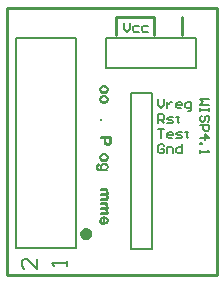
<source format=gto>
%FSDAX24Y24*%
%MOIN*%
%SFA1B1*%

%IPPOS*%
%ADD10C,0.020000*%
%ADD16C,0.007900*%
%ADD17C,0.010000*%
%ADD18C,0.008000*%
%ADD25C,0.005000*%
%LNprogrammer-1*%
%LPD*%
G54D25*
X003353Y002360D02*
X003279D01*
X003323Y002316*
X003326Y002313*
X003329Y002311*
X003329Y002310*
X003330Y002309*
X003336Y002303*
X003339Y002300*
X003342Y002295*
X003345Y002292*
X003347Y002288*
X003353Y002273*
X003356Y002266*
X003358Y002261*
X003359Y002256*
Y002248*
Y002247*
Y002244*
X003358Y002237*
X003356Y002229*
X003355Y002223*
X003354Y002220*
X003349Y002207*
X003350Y002213*
X003350Y002213*
X003348Y002209*
X003346Y002207*
X003342Y002202*
X003338Y002199*
X003331Y002194*
X003331Y002165*
X003348Y002126*
X003324Y002150*
X003329Y002144*
X003335Y002139*
X003338Y002135*
X003343Y002129*
X003348Y002124*
X003352Y002115*
X003352Y002116*
X003353Y002113*
X003355Y002108*
X003356Y002103*
X003358Y002097*
X003359Y002091*
Y002085*
Y002084*
Y002083*
Y002082*
Y002079*
Y002075*
X003358Y002071*
X003356Y002065*
X003354Y002056*
X003353Y002051*
X003347Y002039*
X003349Y002045*
X003346Y002041*
X003343Y002037*
X003339Y002033*
X003335Y002029*
X003330Y002026*
X003316Y002012*
X003324Y002025*
X003328*
X003321Y002023*
X003315Y002021*
X003309Y002020*
X003300Y002019*
X003288Y002018*
X003276Y002018*
X003125*
Y002042*
X003266*
X003274Y002043*
X003282*
X003292Y002044*
X003303Y002045*
X003317Y002048*
X003323Y002053*
X003318Y002051*
X003327Y002054*
X003329Y002055*
X003335Y002061*
X003342Y002067*
X003345Y002075*
X003349Y002081*
X003353Y002095*
Y002106*
Y002107*
Y002109*
Y002115*
X003351Y002122*
X003349Y002127*
X003347Y002134*
X003344Y002141*
X003337Y002151*
X003333Y002155*
X003331Y002157*
X003328Y002160*
X003323Y002165*
X003313Y002172*
X003307Y002174*
X003296Y002178*
X003300Y002177*
X003293Y002180*
X003288Y002181*
X003280Y002182*
X003270Y002183*
X003261Y002184*
X003248Y002186*
X003125*
Y002209*
X003267*
X003277Y002210*
X003284Y002211*
X003293*
X003304Y002212*
X003310Y002214*
X003318Y002216*
X003320Y002217*
X003323Y002219*
X003333Y002226*
X003343Y002237*
X003343Y002238*
X003345Y002240*
X003348Y002249*
X003350Y002253*
X003351Y002257*
X003353Y002264*
Y002273*
Y002274*
Y002276*
Y002281*
X003351Y002289*
X003349Y002295*
X003347Y002301*
X003344Y002309*
X003338Y002319*
X003335Y002322*
X003334Y002324*
X003328Y002330*
X003323Y002335*
X003317Y002339*
X003307Y002344*
X003295Y002347*
X003295Y002347*
X003289Y002349*
X003282Y002350*
X003274Y002351*
X003263Y002352*
X003250Y002354*
X003125*
Y002378*
X003353*
Y002360*
X003140Y002030D02*
D01*
Y002200D02*
D01*
Y002360D02*
Y002380D01*
X003190Y002030D02*
D01*
Y002200D02*
D01*
Y002360D02*
Y002380D01*
X003240Y002030D02*
D01*
Y002200D02*
D01*
Y002360D02*
Y002380D01*
X003290Y002030D02*
Y002040D01*
Y002190D02*
Y002200D01*
Y002370D02*
Y002380D01*
X003340Y002050D02*
Y002070D01*
Y002140D02*
D01*
Y002220D02*
Y002230D01*
Y002310D02*
Y002300D01*
Y002370D02*
Y002380D01*
X003459Y004478D02*
Y004476D01*
Y004472*
Y004467*
Y004461*
Y004455*
Y004448*
Y004440*
X003458Y004426*
X003457Y004411*
X003456Y004405*
X003455Y004398*
Y004395*
X003454Y004390*
X003453Y004385*
X003456Y004392*
X003452Y004382*
Y004386*
X003447Y004378*
X003444Y004370*
X003440Y004365*
X003432Y004358*
X003422Y004349*
X003421Y004347*
X003424Y004350*
X003423Y004350*
X003418Y004346*
X003415Y004344*
X003410Y004341*
X003402Y004339*
X003391Y004336*
X003378Y004333*
X003365Y004333*
X003361*
X003356Y004333*
X003348Y004334*
X003339Y004335*
X003333Y004337*
X003325Y004340*
X003317Y004343*
X003314Y004345*
X003313Y004345*
X003313Y004346*
X003308Y004349*
X003302Y004354*
X003297Y004358*
X003292Y004363*
X003286Y004370*
X003286Y004371*
X003286Y004372*
X003283Y004377*
X003280Y004383*
X003278Y004387*
X003276Y004395*
X003275Y004394*
X003275Y004395*
Y004397*
Y004403*
X003274Y004406*
X003273Y004409*
X003273Y004412*
Y004417*
X003272Y004422*
Y004428*
X003271Y004434*
Y004440*
Y004448*
X003270Y004457*
Y004465*
Y004474*
Y004550*
X003125*
Y004577*
X003459*
Y004478*
X003310Y004350D02*
X003410D01*
X003280Y004400D02*
X003440D01*
X003280Y004450D02*
X003460D01*
X003280Y004500D02*
X003460D01*
X003130Y004550D02*
X003460D01*
X003353Y002837D02*
X003279D01*
X003323Y002793*
X003326Y002790*
X003327Y002788*
X003332Y002784*
X003336Y002780*
X003339Y002777*
X003342Y002773*
X003345Y002768*
X003347Y002763*
X003353Y002750*
X003356Y002743*
X003358Y002737*
X003359Y002733*
Y002725*
Y002724*
Y002721*
Y002717*
X003358Y002714*
X003356Y002707*
X003355Y002700*
X003354Y002697*
X003349Y002684*
X003350Y002688*
X003350Y002688*
X003348Y002686*
X003346Y002683*
X003343Y002680*
X003337Y002676*
X003331Y002670*
X003332Y002643*
X003357Y002576*
X003323Y002627*
X003330Y002620*
X003335Y002616*
X003338Y002612*
X003343Y002606*
X003348Y002601*
X003352Y002592*
X003352Y002593*
X003353Y002590*
X003355Y002585*
X003356Y002580*
X003358Y002573*
X003359Y002568*
Y002561*
Y002560*
Y002558*
Y002556*
Y002552*
X003358Y002548*
X003356Y002542*
X003354Y002533*
X003353Y002528*
X003347Y002516*
X003349Y002521*
X003346Y002518*
X003343Y002514*
X003339Y002509*
X003336Y002507*
X003330Y002503*
X003316Y002489*
X003324Y002502*
X003326*
X003320Y002499*
X003316Y002498*
X003308Y002496*
X003301Y002496*
X003290*
X003276Y002495*
X003125*
Y002519*
X003265*
X003274*
X003284Y002520*
X003292Y002521*
X003303Y002522*
X003313Y002524*
X003319Y002526*
X003326Y002530*
X003329Y002532*
X003335Y002538*
X003342Y002544*
X003345Y002552*
X003348Y002558*
X003353Y002570*
Y002583*
Y002584*
Y002585*
Y002591*
X003351Y002597*
X003350Y002604*
X003347Y002611*
X003343Y002619*
X003343Y002615*
X003344Y002622*
X003333Y002632*
X003331Y002634*
X003328Y002637*
X003322Y002643*
X003314Y002647*
X003309Y002650*
X003296Y002655*
X003300Y002654*
X003291Y002658*
X003287*
X003282Y002659*
X003269Y002661*
X003260*
X003248Y002662*
X003125*
Y002686*
X003267*
X003275Y002687*
X003284*
X003294Y002688*
X003304Y002689*
X003310Y002691*
X003318Y002693*
X003320Y002694*
X003323Y002696*
X003333Y002703*
X003341Y002711*
X003343Y002714*
X003346Y002719*
X003348Y002723*
X003350Y002729*
X003351Y002734*
X003353Y002742*
Y002750*
Y002753*
Y002759*
X003351Y002765*
X003350Y002772*
X003347Y002778*
X003344Y002786*
X003329Y002799*
X003338Y002795*
X003337Y002797*
X003332Y002802*
X003328Y002806*
X003324Y002809*
X003318Y002815*
X003307Y002821*
X003295Y002824*
X003295Y002824*
X003289Y002826*
X003282Y002827*
X003274Y002828*
X003263Y002829*
X003250Y002831*
X003125*
Y002855*
X003353*
Y002837*
X003140Y002500D02*
Y002510D01*
Y002670D02*
Y002680D01*
Y002840D02*
Y002850D01*
X003190Y002500D02*
Y002510D01*
Y002670D02*
Y002680D01*
Y002840D02*
Y002850D01*
X003240Y002500D02*
Y002510D01*
Y002670D02*
Y002680D01*
Y002840D02*
Y002850D01*
X003290Y002510D02*
D01*
Y002670D02*
Y002680D01*
Y002830D02*
Y002820D01*
Y002850D02*
D01*
X003340Y002530D02*
Y002540D01*
Y002690D02*
Y002710D01*
Y002780D02*
D01*
Y002850D02*
D01*
X003249Y004028D02*
D01*
X003251Y004027*
X003261Y004026*
X003270Y004024*
X003280Y004022*
X003292Y004017*
X003300Y004014*
X003300Y004014*
X003302Y004013*
X003303Y004012*
X003310Y004007*
X003318Y004002*
X003324Y003996*
X003331Y003989*
X003339Y003980*
X003340Y003982*
X003336Y003978*
X003346Y003968*
X003345Y003969*
X003346Y003967*
X003347Y003966*
X003348Y003963*
X003351Y003955*
X003353Y003946*
X003356Y003933*
X003359Y003923*
Y003910*
Y003907*
Y003905*
X003358Y003900*
X003357Y003891*
X003356Y003887*
X003354Y003880*
X003353Y003873*
X003350Y003866*
X003347Y003858*
X003344Y003852*
X003340Y003845*
X003335Y003837*
X003330Y003830*
X003336Y003831*
X003330Y003830*
X003323Y003823*
X003318Y003819*
X003317Y003818*
X003312Y003816*
X003306Y003811*
X003302Y003808*
X003296Y003805*
X003288Y003802*
X003282Y003799*
X003275Y003798*
X003266Y003795*
X003257Y003793*
X003248Y003792*
X003237Y003792*
X003236*
X003232Y003793*
X003225*
X003222Y003793*
X003215Y003795*
X003206Y003796*
X003201Y003797*
X003195Y003800*
X003186Y003804*
X003178Y003806*
X003173Y003810*
X003165Y003815*
X003158Y003820*
X003151Y003826*
X003151Y003826*
X003148Y003829*
X003148Y003829*
X003145Y003833*
X003143Y003837*
X003138Y003843*
X003135Y003849*
X003132Y003854*
X003128Y003862*
X003125Y003868*
X003123Y003874*
X003121Y003882*
X003119Y003891*
X003118Y003901*
X003117Y003911*
X003118Y003911*
Y003912*
Y003914*
Y003912*
X003118Y003916*
X003118Y003920*
X003119Y003930*
X003121Y003939*
X003124Y003950*
X003127Y003961*
X003133Y003977*
X003132Y003971*
X003128Y003967*
X003133Y003972*
X003135Y003976*
X003137Y003979*
X003143Y003987*
X003148Y003994*
X003155Y004001*
X003163Y004007*
X003168Y004011*
X003173*
X003179Y004017*
X003178Y004016*
X003179Y004016*
X003182Y004017*
X003185Y004018*
X003189Y004019*
X003200Y004022*
X003214Y004025*
X003227Y004028*
X003242*
X003246*
X003249*
X003140Y003850D02*
Y003980D01*
X003190Y003810D02*
Y004010D01*
X003240Y003800D02*
Y004030D01*
X003290Y003820D02*
Y004010D01*
X003340Y003870D02*
Y003970D01*
X003252Y003699D02*
X003255D01*
X003260Y003698*
X003268Y003697*
X003275Y003696*
X003290Y003692*
X003298Y003690*
X003305Y003687*
X003312Y003684*
X003319Y003681*
X003325Y003677*
X003323Y003684*
X003326Y003673*
X003330Y003671*
X003330Y003670*
X003335Y003667*
X003336Y003667*
X003339Y003663*
X003342Y003659*
X003344Y003655*
X003347Y003650*
X003350Y003645*
X003354Y003634*
X003357Y003626*
X003358Y003621*
X003359Y003615*
Y003608*
Y003607*
Y003606*
Y003603*
Y003602*
X003358Y003600*
X003357Y003596*
X003356Y003591*
X003354Y003585*
X003352Y003580*
X003350Y003574*
X003348Y003570*
X003344Y003565*
X003340Y003559*
X003335Y003553*
X003329Y003548*
X003272Y003498*
X003353*
Y003479*
X003116*
X003113Y003479*
X003102Y003479*
X003092Y003480*
X003080Y003482*
X003070Y003483*
X003067Y003485*
X003067Y003485*
X003067Y003484*
X003059Y003487*
X003055Y003489*
X003051Y003490*
X003045Y003494*
X003041Y003496*
X003038Y003499*
X003039Y003492*
X003037Y003499*
X003033Y003503*
X003032Y003505*
X003028Y003510*
X003026Y003513*
X003023Y003518*
X003021Y003524*
X003016Y003537*
X003019Y003535*
Y003533*
X003016Y003540*
X003015Y003545*
X003013Y003553*
X003012Y003563*
X003012Y003574*
Y003586*
Y003587*
Y003589*
Y003593*
Y003598*
Y003601*
X003012Y003605*
X003014Y003615*
Y003623*
X003016Y003636*
X003020Y003650*
X003023Y003656*
X003025Y003663*
X003028Y003667*
X003030Y003671*
X003029Y003670*
X003032Y003673*
X003036Y003676*
X003042Y003681*
X003048Y003684*
X003055Y003688*
X003064Y003690*
X003067Y003691*
X003072*
X003078*
X003052*
X003048Y003656*
X003063*
X003061Y003655*
X003057*
X003043Y003648*
X003036Y003642*
X003033Y003639*
X003028Y003629*
X003012Y003585*
X003026Y003628*
X003025Y003625*
X003021Y003616*
X003019Y003608*
X003018Y003598*
Y003589*
Y003588*
Y003585*
Y003576*
X003019Y003568*
X003020Y003562*
X003021Y003552*
X003025Y003543*
X003029Y003532*
X003034Y003527*
X003032Y003529*
X003035Y003523*
X003038Y003521*
X003040Y003518*
X003050Y003513*
X003053Y003512*
X003064Y003507*
X003069Y003505*
X003078*
X003078Y003504*
X003086Y003503*
X003096*
X003146Y003528*
X003143Y003586*
X003162Y003548*
X003156Y003551*
X003155Y003552*
X003151Y003555*
X003148Y003558*
X003143Y003564*
X003136Y003576*
X003129Y003587*
X003127Y003592*
X003126Y003597*
X003125Y003604*
X003124Y003613*
X003124Y003610*
X003126Y003664*
Y003620*
X003126Y003622*
X003128Y003629*
X003129Y003635*
X003131Y003640*
X003134Y003646*
X003137Y003653*
X003140Y003657*
X003144Y003662*
X003149Y003668*
X003156Y003674*
X003151Y003674*
X003157Y003674*
X003163Y003680*
X003163Y003680*
X003166Y003682*
X003169Y003683*
X003172Y003685*
X003175Y003686*
X003180Y003688*
X003188Y003690*
X003195Y003693*
X003200Y003694*
X003206Y003696*
X003222Y003699*
X003231*
X003241Y003700*
X003252Y003699*
X003040Y003500D02*
X003060D01*
X003110D02*
X003260D01*
X003020Y003550D02*
X003010D01*
X003160D02*
X003330D01*
X003020Y003600D02*
X003010D01*
X003140D02*
X003360D01*
X003030Y003650D02*
X003050D01*
X003150D02*
X003340D01*
X003249Y006294D02*
D01*
X003251Y006293*
X003261Y006292*
X003270Y006290*
X003281Y006287*
X003292Y006284*
X003299Y006281*
X003300Y006280*
X003302Y006279*
X003303Y006278*
X003310Y006273*
X003318Y006268*
X003325Y006262*
X003331Y006255*
X003338Y006248*
X003339Y006249*
X003333Y006247*
X003346Y006234*
X003345Y006235*
X003346Y006233*
X003347Y006232*
X003348Y006229*
X003351Y006221*
X003353Y006212*
X003356Y006199*
X003359Y006189*
Y006177*
Y006176*
Y006174*
Y006171*
X003358Y006166*
X003357Y006157*
X003356Y006153*
X003354Y006146*
X003353Y006139*
X003350Y006132*
X003347Y006124*
X003344Y006118*
X003340Y006111*
X003335Y006104*
X003330Y006096*
X003325Y006091*
X003324Y006090*
X003323Y006089*
X003318Y006085*
X003317Y006084*
X003312Y006082*
X003306Y006077*
X003292Y006070*
X003288Y006068*
X003282Y006066*
X003274Y006063*
X003266Y006061*
X003257Y006059*
X003248Y006058*
X003237Y006058*
X003236*
X003234Y006058*
X003227Y006059*
X003221Y006060*
X003214Y006061*
X003206Y006063*
X003200Y006064*
X003195Y006066*
X003186Y006070*
X003179Y006072*
X003173Y006077*
X003164Y006082*
X003158Y006086*
X003151Y006092*
X003151Y006092*
X003148Y006095*
X003148Y006095*
X003145Y006099*
X003143Y006103*
X003138Y006109*
X003135Y006115*
X003132Y006120*
X003128Y006128*
X003125Y006134*
X003123Y006141*
X003121Y006149*
X003119Y006157*
X003118Y006168*
X003117Y006178*
X003118Y006178*
Y006180*
X003118Y006183*
X003118Y006187*
X003119Y006196*
X003121Y006205*
X003124Y006216*
X003127Y006227*
X003133Y006243*
X003132Y006237*
X003131Y006236*
X003134Y006241*
X003134Y006241*
X003138Y006246*
X003143Y006254*
X003148Y006259*
X003155Y006267*
X003163Y006273*
X003168Y006277*
X003178*
X003181Y006283*
X003174Y006281*
X003176Y006281*
X003182Y006283*
X003187Y006285*
X003191Y006287*
X003200Y006289*
X003213Y006292*
X003226Y006294*
X003242*
X003246*
X003249*
X003170Y006080D02*
X003310D01*
X003140Y006130D02*
X003340D01*
X003130Y006180D02*
X003360D01*
X003140Y006230D02*
X003340D01*
X003190Y006280D02*
X003280D01*
X003248Y001916D02*
X003251D01*
X003256Y001915*
X003262Y001914*
X003268Y001912*
X003286Y001908*
X003294Y001906*
X003301Y001903*
X003308Y001900*
X003316Y001896*
X003322Y001892*
X003324Y001890*
X003327Y001885*
X003333Y001882*
X003333Y001881*
X003334Y001881*
X003337Y001877*
X003339Y001873*
X003342Y001868*
X003346Y001861*
X003349Y001856*
X003351Y001852*
X003354Y001844*
X003356Y001836*
X003358Y001831*
X003359Y001823*
Y001815*
Y001814*
Y001812*
Y001809*
X003358Y001803*
X003357Y001797*
X003356Y001791*
X003354Y001785*
X003353Y001779*
X003350Y001770*
X003348Y001765*
X003345Y001759*
X003341Y001753*
X003336Y001746*
X003331Y001740*
X003325Y001734*
X003324Y001733*
X003323Y001732*
X003322Y001732*
X003319Y001730*
X003313Y001728*
X003307Y001724*
X003302Y001722*
X003296Y001719*
X003286Y001716*
X003276Y001713*
X003267Y001711*
X003256Y001709*
X003244Y001707*
X003232Y001707*
X003243*
Y001891*
X003215*
X003209*
X003201Y001889*
X003194Y001888*
X003182Y001886*
X003171Y001881*
X003160Y001876*
X003146Y001859*
X003149Y001867*
X003146Y001864*
X003139Y001856*
X003135Y001849*
X003131Y001841*
X003127Y001832*
X003124Y001820*
X003123Y001808*
X003123Y001806*
Y001800*
X003124Y001796*
X003124Y001793*
X003125Y001784*
X003128Y001777*
X003132Y001769*
X003138Y001761*
X003140Y001759*
X003145Y001754*
X003153Y001748*
X003154Y001747*
X003161Y001743*
X003169Y001739*
X003159Y001742*
X003158Y001737*
X003187Y001708*
X003180Y001711*
X003178Y001711*
X003166Y001717*
X003157Y001724*
X003149Y001730*
X003141Y001738*
X003140Y001734*
X003127Y001745*
X003138Y001736*
X003134Y001745*
X003131Y001749*
X003132Y001748*
X003131Y001751*
X003126Y001763*
X003122Y001771*
X003120Y001780*
X003118Y001793*
X003117Y001808*
X003118Y001808*
X003118Y001811*
X003118Y001815*
X003120Y001822*
Y001828*
X003121Y001833*
X003123Y001841*
X003124Y001847*
X003128Y001856*
X003130Y001864*
X003134Y001870*
X003138Y001877*
X003143Y001883*
X003149Y001890*
X003144Y001890*
X003151Y001890*
X003156Y001895*
X003156Y001895*
X003159Y001897*
X003163Y001899*
X003167Y001901*
X003169Y001902*
X003176Y001904*
X003181Y001907*
X003187Y001908*
X003195Y001911*
X003202Y001913*
X003217Y001916*
X003227*
X003237Y001917*
X003248Y001916*
X003160Y001730D02*
D01*
X003250D02*
X003320D01*
X003130Y001780D02*
X003120D01*
X003250D02*
X003340D01*
X003130Y001830D02*
X003120D01*
X003250D02*
X003360D01*
X003150Y001880D02*
X003160D01*
X003250D02*
X003320D01*
X003149Y005152D02*
X003125D01*
Y005175*
X003149*
Y005152*
X003245Y005966D02*
X003252Y005966D01*
X003254*
X003261Y005965*
X003269Y005963*
X003280Y005960*
X003292Y005956*
X003308Y005950*
X003305Y005950*
X003303Y005952*
X003292Y005958*
X003310Y005946*
X003318Y005941*
X003324Y005935*
X003331Y005928*
X003338Y005920*
X003346Y005907*
X003346Y005907*
X003345Y005908*
X003346Y005906*
X003347Y005905*
X003348Y005902*
X003351Y005894*
X003353Y005885*
X003356Y005872*
X003359Y005861*
Y005849*
Y005846*
Y005843*
X003358Y005837*
X003357Y005831*
X003356Y005825*
X003354Y005819*
X003352Y005811*
X003350Y005803*
X003347Y005797*
X003344Y005790*
X003340Y005784*
X003335Y005776*
X003330Y005769*
X003336Y005770*
X003325Y005769*
X003322Y005762*
X003325Y005764*
X003318Y005758*
X003316Y005756*
X003312Y005754*
X003307Y005751*
X003302Y005747*
X003296Y005744*
X003288Y005741*
X003281Y005738*
X003274Y005735*
X003267Y005733*
X003257Y005732*
X003248Y005731*
X003239*
X003233*
X003227Y005731*
X003221Y005732*
X003214Y005733*
X003208Y005735*
X003201Y005736*
X003194Y005739*
X003186Y005742*
X003179Y005745*
X003172Y005749*
X003165Y005753*
X003159Y005758*
X003143Y005768*
X003149Y005766*
X003150Y005765*
X003149Y005767*
X003145Y005771*
X003142Y005777*
X003138Y005782*
X003135Y005787*
X003131Y005794*
X003128Y005800*
X003125Y005807*
X003123Y005813*
X003121Y005821*
X003119Y005830*
X003118Y005840*
X003117Y005850*
X003118Y005850*
Y005851*
Y005853*
Y005851*
X003118Y005855*
X003118Y005859*
X003119Y005868*
X003121Y005878*
X003124Y005889*
X003127Y005900*
X003130Y005907*
X003131Y005908*
X003134Y005913*
X003134Y005913*
X003138Y005918*
X003143Y005926*
X003148Y005932*
X003155Y005939*
X003163Y005946*
X003173Y005952*
X003177Y005954*
X003175Y005953*
X003174Y005953*
X003179Y005954*
X003182Y005956*
X003184Y005956*
X003191Y005959*
X003200Y005961*
X003213Y005964*
X003227Y005966*
X003242Y005967*
X003241*
X003245Y005966*
X003140Y005790D02*
Y005920D01*
X003190Y005750D02*
Y005950D01*
X003240Y005740D02*
Y005970D01*
X003290Y005750D02*
Y005950D01*
X003340Y005810D02*
Y005910D01*
%LNprogrammer-2*%
%LPC*%
G36*
X003263Y001865D02*
Y001755D01*
X003266*
X003268Y001756*
X003274*
X003281Y001758*
X003288Y001760*
X003297Y001763*
X003304Y001767*
X003311Y001772*
X003312Y001773*
X003314Y001775*
X003316Y001778*
X003320Y001783*
X003323Y001788*
X003326Y001794*
X003328Y001802*
Y001810*
Y001811*
Y001814*
X003327Y001818*
X003326Y001824*
X003323Y001831*
X003321Y001837*
X003316Y001844*
X003310Y001850*
X003309Y001851*
X003307Y001852*
X003303Y001855*
X003298Y001858*
X003291Y001861*
X003283Y001863*
X003273Y001865*
X003263*
G37*
G36*
X003419Y004525D02*
X003310D01*
Y004483*
Y004482*
Y004481*
Y004478*
Y004475*
Y004471*
X003311Y004467*
Y004458*
Y004447*
X003312Y004437*
X003314Y004429*
X003315Y004425*
X003316Y004422*
Y004421*
X003317Y004419*
X003318Y004416*
X003321Y004413*
X003323Y004409*
X003326Y004405*
X003330Y004401*
X003335Y004397*
X003337Y004396*
X003340Y004394*
X003343Y004392*
X003347Y004391*
X003353Y004390*
X003359Y004389*
X003364Y004388*
X003368*
X003372Y004389*
X003377Y004390*
X003382Y004391*
X003388Y004394*
X003394Y004397*
X003399Y004401*
X003400*
X003401Y004403*
X003404Y004405*
X003407Y004409*
X003409Y004414*
X003412Y004419*
X003415Y004425*
X003416Y004432*
Y004433*
X003417Y004435*
X003418Y004439*
Y004444*
Y004452*
X003419Y004461*
Y004467*
Y004473*
Y004480*
Y004488*
Y004525*
G37*
G36*
X003239Y005916D02*
X003235D01*
X003232*
X003228*
X003225Y005915*
X003215Y005914*
X003205Y005912*
X003194Y005908*
X003184Y005904*
X003175Y005897*
X003174Y005896*
X003171Y005894*
X003168Y005889*
X003164Y005884*
X003160Y005877*
X003157Y005868*
X003154Y005860*
X003153Y005849*
Y005848*
X003154Y005844*
Y005839*
X003156Y005832*
X003158Y005825*
X003163Y005817*
X003168Y005809*
X003175Y005801*
X003176*
X003179Y005798*
X003184Y005795*
X003191Y005791*
X003200Y005788*
X003211Y005784*
X003224Y005782*
X003239Y005781*
X003246*
X003249Y005782*
X003253*
X003262Y005784*
X003272Y005786*
X003283Y005789*
X003292Y005795*
X003302Y005801*
X003303Y005802*
X003305Y005805*
X003309Y005809*
X003313Y005815*
X003317Y005821*
X003321Y005829*
X003323Y005839*
X003324Y005849*
Y005850*
X003323Y005854*
Y005859*
X003321Y005866*
X003319Y005874*
X003315Y005881*
X003309Y005889*
X003302Y005897*
X003301Y005898*
X003298Y005900*
X003292Y005903*
X003285Y005906*
X003277Y005911*
X003266Y005913*
X003253Y005916*
X003239*
G37*
G36*
Y006244D02*
X003235D01*
X003232Y006243*
X003228*
X003225*
X003215Y006242*
X003205Y006239*
X003194Y006236*
X003184Y006231*
X003175Y006225*
X003174Y006223*
X003171Y006221*
X003168Y006217*
X003164Y006211*
X003160Y006204*
X003157Y006196*
X003154Y006187*
X003153Y006177*
Y006176*
X003154Y006172*
Y006167*
X003156Y006160*
X003158Y006152*
X003163Y006145*
X003168Y006136*
X003175Y006129*
X003176Y006128*
X003179Y006126*
X003184Y006122*
X003191Y006119*
X003200Y006115*
X003211Y006112*
X003224Y006109*
X003239*
X003246*
X003249*
X003253Y006110*
X003262Y006111*
X003272Y006114*
X003283Y006117*
X003292Y006122*
X003302Y006129*
X003303*
X003305Y006132*
X003309Y006136*
X003313Y006142*
X003317Y006149*
X003321Y006157*
X003323Y006166*
X003324Y006177*
Y006178*
X003323Y006181*
Y006187*
X003321Y006194*
X003319Y006201*
X003315Y006209*
X003309Y006217*
X003302Y006225*
X003301*
X003298Y006228*
X003292Y006231*
X003285Y006234*
X003277Y006238*
X003266Y006241*
X003253Y006243*
X003239Y006244*
G37*
G36*
X003183Y003118D02*
X003181D01*
X003177Y003117*
X003174*
X003170Y003115*
X003165Y003113*
X003160Y003110*
X003156Y003107*
Y003106*
X003154Y003104*
X003153Y003102*
X003151Y003098*
X003149Y003094*
X003147Y003089*
X003146Y003084*
X003145Y003077*
Y003076*
Y003074*
X003146Y003070*
X003147Y003065*
X003148Y003059*
X003150Y003053*
X003154Y003046*
X003158Y003039*
X003160Y003037*
X003162Y003035*
X003165Y003032*
X003168Y003029*
X003173Y003026*
X003177Y003024*
X003182Y003022*
X003183*
X003184Y003021*
X003187*
X003191Y003020*
X003195*
X003202Y003019*
X003209*
X003233*
X003232Y003022*
Y003025*
X003230Y003030*
X003228Y003036*
X003226Y003044*
X003224Y003053*
X003222Y003064*
Y003065*
X003221Y003069*
X003219Y003074*
X003218Y003080*
X003216Y003087*
X003213Y003094*
X003211Y003099*
X003209Y003104*
X003208*
X003207Y003106*
X003205Y003108*
X003202Y003111*
X003198Y003113*
X003194Y003115*
X003189Y003117*
X003183Y003118*
G37*
G36*
X003244Y003650D02*
X003237D01*
X003234Y003649*
X003229Y003648*
X003220Y003647*
X003209Y003645*
X003199Y003642*
X003189Y003638*
X003180Y003633*
Y003632*
X003177Y003630*
X003174Y003626*
X003170Y003621*
X003166Y003615*
X003163Y003607*
X003161Y003599*
X003160Y003590*
Y003589*
Y003586*
X003161Y003581*
X003163Y003575*
X003165Y003568*
X003168Y003560*
X003174Y003552*
X003181Y003545*
X003182*
X003185Y003542*
X003189Y003540*
X003197Y003536*
X003205Y003532*
X003216Y003530*
X003228Y003527*
X003243*
X003250*
X003253*
X003257Y003528*
X003267Y003529*
X003277Y003531*
X003288Y003534*
X003298Y003539*
X003307Y003545*
X003308*
X003311Y003548*
X003314Y003552*
X003318Y003557*
X003322Y003564*
X003325Y003571*
X003327Y003579*
X003328Y003589*
Y003590*
Y003593*
X003327Y003599*
X003326Y003604*
X003323Y003611*
X003319Y003618*
X003314Y003626*
X003307Y003633*
X003306*
X003303Y003635*
X003298Y003638*
X003292Y003641*
X003283Y003644*
X003272Y003647*
X003259Y003649*
X003244Y003650*
G37*
G36*
X003239Y003978D02*
X003235D01*
X003232Y003977*
X003228*
X003225*
X003215Y003975*
X003205Y003973*
X003194Y003970*
X003184Y003965*
X003175Y003958*
X003174Y003957*
X003171Y003955*
X003168Y003951*
X003164Y003945*
X003160Y003938*
X003157Y003930*
X003154Y003921*
X003153Y003910*
Y003909*
X003154Y003906*
Y003900*
X003156Y003893*
X003158Y003886*
X003163Y003878*
X003168Y003870*
X003175Y003862*
X003176*
X003179Y003860*
X003184Y003856*
X003191Y003853*
X003200Y003849*
X003211Y003845*
X003224Y003843*
X003239*
X003246*
X003249*
X003253Y003844*
X003262Y003845*
X003272Y003847*
X003283Y003851*
X003292Y003856*
X003302Y003862*
X003303Y003863*
X003305Y003866*
X003309Y003870*
X003313Y003876*
X003317Y003882*
X003321Y003891*
X003323Y003900*
X003324Y003910*
Y003911*
Y003912*
X003323Y003915*
Y003920*
X003321Y003927*
X003319Y003935*
X003315Y003943*
X003309Y003951*
X003302Y003958*
X003301Y003959*
X003298Y003961*
X003292Y003964*
X003285Y003968*
X003277Y003972*
X003266Y003975*
X003253Y003977*
X003239Y003978*
G37*
%LNprogrammer-3*%
%LPD*%
G54D10*
X002750Y001350D02*
D01*
X002749Y001356*
X002749Y001363*
X002747Y001370*
X002746Y001377*
X002743Y001384*
X002741Y001390*
X002738Y001396*
X002734Y001402*
X002730Y001408*
X002726Y001414*
X002721Y001419*
X002716Y001424*
X002711Y001428*
X002705Y001432*
X002700Y001436*
X002693Y001439*
X002687Y001442*
X002680Y001445*
X002674Y001447*
X002667Y001448*
X002660Y001449*
X002653Y001449*
X002646*
X002639Y001449*
X002632Y001448*
X002625Y001447*
X002619Y001445*
X002612Y001442*
X002606Y001439*
X002600Y001436*
X002594Y001432*
X002588Y001428*
X002583Y001424*
X002578Y001419*
X002573Y001414*
X002569Y001408*
X002565Y001402*
X002561Y001396*
X002558Y001390*
X002556Y001384*
X002553Y001377*
X002552Y001370*
X002550Y001363*
X002550Y001356*
X002550Y001350*
X002550Y001343*
X002550Y001336*
X002552Y001329*
X002553Y001322*
X002556Y001315*
X002558Y001309*
X002561Y001303*
X002565Y001297*
X002569Y001291*
X002573Y001285*
X002578Y001280*
X002583Y001275*
X002588Y001271*
X002594Y001267*
X002600Y001263*
X002606Y001260*
X002612Y001257*
X002619Y001254*
X002625Y001252*
X002632Y001251*
X002639Y001250*
X002646Y001250*
X002653*
X002660Y001250*
X002667Y001251*
X002674Y001252*
X002680Y001254*
X002687Y001257*
X002693Y001260*
X002700Y001263*
X002705Y001267*
X002711Y001271*
X002716Y001275*
X002721Y001280*
X002726Y001285*
X002730Y001291*
X002734Y001297*
X002738Y001303*
X002741Y001309*
X002743Y001315*
X002746Y001322*
X002747Y001329*
X002749Y001336*
X002749Y001343*
X002750Y001350*
G54D16*
X002300Y000900D02*
Y007900D01*
X000300Y000900D02*
Y007900D01*
Y000900D02*
X002300D01*
X000300Y007900D02*
X002300D01*
X004146Y000846D02*
X004854D01*
X004146D02*
Y006054D01*
X004854*
Y000846D02*
Y006054D01*
X003300Y007900D02*
X006300D01*
X003300Y006900D02*
Y007900D01*
Y006900D02*
X006300D01*
Y007900*
G54D17*
X000000Y000000D02*
Y008900D01*
Y000000D02*
X007000D01*
Y008900*
X000000D02*
X007000D01*
X003650Y008000D02*
Y008600D01*
X004900*
Y008000D02*
Y008600D01*
X005850Y008000D02*
Y008600D01*
G54D18*
X002000Y000300D02*
Y000467D01*
Y000383*
X001500*
X001583Y000300*
X001000Y000533D02*
Y000200D01*
X000667Y000533*
X000583*
X000500Y000450*
Y000283*
X000583Y000200*
X006750Y005850D02*
X006450D01*
X006550Y005750*
X006450Y005650*
X006750*
Y005550D02*
Y005450D01*
Y005500*
X006450*
Y005550*
Y005450*
X006700Y005100D02*
X006750Y005150D01*
Y005250*
X006700Y005300*
X006650*
X006600Y005250*
Y005150*
X006550Y005100*
X006500*
X006450Y005150*
Y005250*
X006500Y005300*
X006450Y005000D02*
X006750D01*
Y004850*
X006700Y004800*
X006600*
X006550Y004850*
Y005000*
X006450Y004550D02*
X006750D01*
X006600Y004700*
Y004500*
X006450Y004400D02*
X006500D01*
Y004350*
X006450*
Y004400*
Y004151D02*
Y004051D01*
Y004101*
X006750*
X006700Y004151*
X005050Y005850D02*
Y005650D01*
X005150Y005550*
X005250Y005650*
Y005850*
X005350Y005750D02*
Y005550D01*
Y005650*
X005400Y005700*
X005450Y005750*
X005500*
X005800Y005550D02*
X005700D01*
X005650Y005600*
Y005700*
X005700Y005750*
X005800*
X005850Y005700*
Y005650*
X005650*
X006050Y005450D02*
X006100D01*
X006150Y005500*
Y005750*
X006000*
X005950Y005700*
Y005600*
X006000Y005550*
X006150*
X005050Y005050D02*
Y005350D01*
X005200*
X005250Y005300*
Y005200*
X005200Y005150*
X005050*
X005150D02*
X005250Y005050D01*
X005350D02*
X005500D01*
X005550Y005100*
X005500Y005150*
X005400*
X005350Y005200*
X005400Y005250*
X005550*
X005700Y005300D02*
Y005250D01*
X005650*
X005750*
X005700*
Y005100*
X005750Y005050*
X005050Y004850D02*
X005250D01*
X005150*
Y004550*
X005500D02*
X005400D01*
X005350Y004600*
Y004700*
X005400Y004750*
X005500*
X005550Y004700*
Y004650*
X005350*
X005650Y004550D02*
X005800D01*
X005850Y004600*
X005800Y004650*
X005700*
X005650Y004700*
X005700Y004750*
X005850*
X006000Y004800D02*
Y004750D01*
X005950*
X006050*
X006000*
Y004600*
X006050Y004550*
X005250Y004300D02*
X005200Y004350D01*
X005100*
X005050Y004300*
Y004100*
X005100Y004050*
X005200*
X005250Y004100*
Y004200*
X005150*
X005350Y004050D02*
Y004250D01*
X005500*
X005550Y004200*
Y004050*
X005850Y004350D02*
Y004050D01*
X005700*
X005650Y004100*
Y004200*
X005700Y004250*
X005850*
X003900Y008400D02*
Y008200D01*
X004000Y008100*
X004100Y008200*
Y008400*
X004400Y008300D02*
X004250D01*
X004200Y008250*
Y008150*
X004250Y008100*
X004400*
X004700Y008300D02*
X004550D01*
X004500Y008250*
Y008150*
X004550Y008100*
X004700*
M02*
</source>
